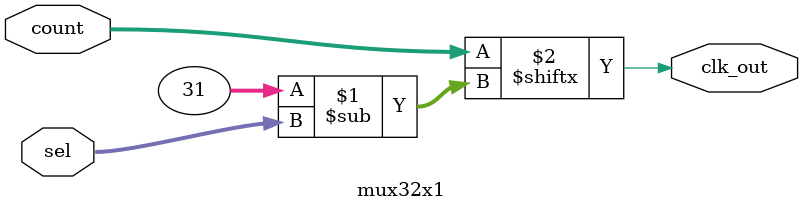
<source format=v>
`timescale 1ns / 1ps

module mux32x1(
    input [31:0] count,
    input [4:0] sel,
    output clk_out
);
    assign clk_out = count[(31-sel)];
endmodule
</source>
